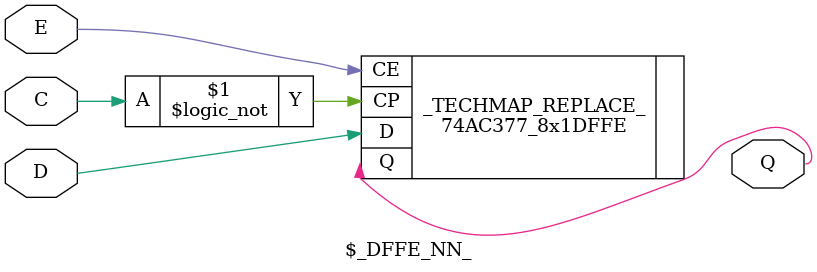
<source format=v>
module \$_DFFE_PP_ (
    input  D,
    C,
    E,
    output Q
);
  \74AC377_8x1DFFE _TECHMAP_REPLACE_ (
      .D (D),
      .CP(C),
      .CE(!E),
      .Q (Q)
  );
endmodule
module \$_DFFE_PN_ (
    input  D,
    C,
    E,
    output Q
);
  \74AC377_8x1DFFE _TECHMAP_REPLACE_ (
      .D (D),
      .CP(C),
      .CE(E),
      .Q (Q)
  );
endmodule
module \$_DFFE_NP_ (
    input  D,
    C,
    E,
    output Q
);
  \74AC377_8x1DFFE _TECHMAP_REPLACE_ (
      .D (D),
      .CP(!C),
      .CE(!E),
      .Q (Q)
  );
endmodule
module \$_DFFE_NN_ (
    input  D,
    C,
    E,
    output Q
);
  \74AC377_8x1DFFE _TECHMAP_REPLACE_ (
      .D (D),
      .CP(!C),
      .CE(E),
      .Q (Q)
  );
endmodule

</source>
